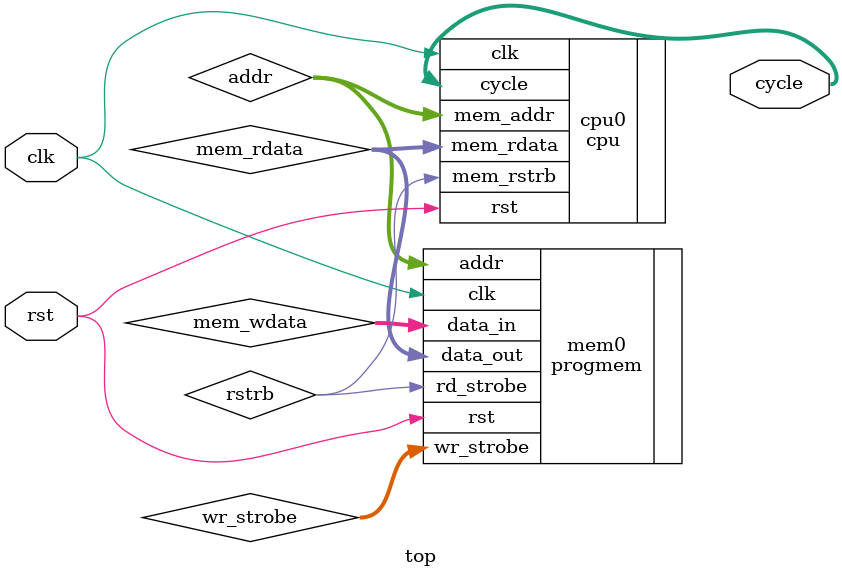
<source format=v>
`timescale 1ns / 1ps


module top(
    input rst, clk,
    output [31:0] cycle
  );
  wire [31:0] mem_rdata, mem_wdata, addr;
  wire rstrb;
  wire [3:0] wr_strobe;
  
  //Instantiate sub modules
  cpu cpu0(
        .rst(rst), .clk(clk),
        .mem_rdata(mem_rdata),
        .mem_addr(addr),
        .cycle(cycle),
        .mem_rstrb(rstrb)
      );

  progmem mem0(
            .rst(rst), .clk(clk),
            .addr(addr),
            .data_in(mem_wdata),
            .rd_strobe(rstrb),
            .wr_strobe(wr_strobe),
            .data_out(mem_rdata)
          );
endmodule

</source>
